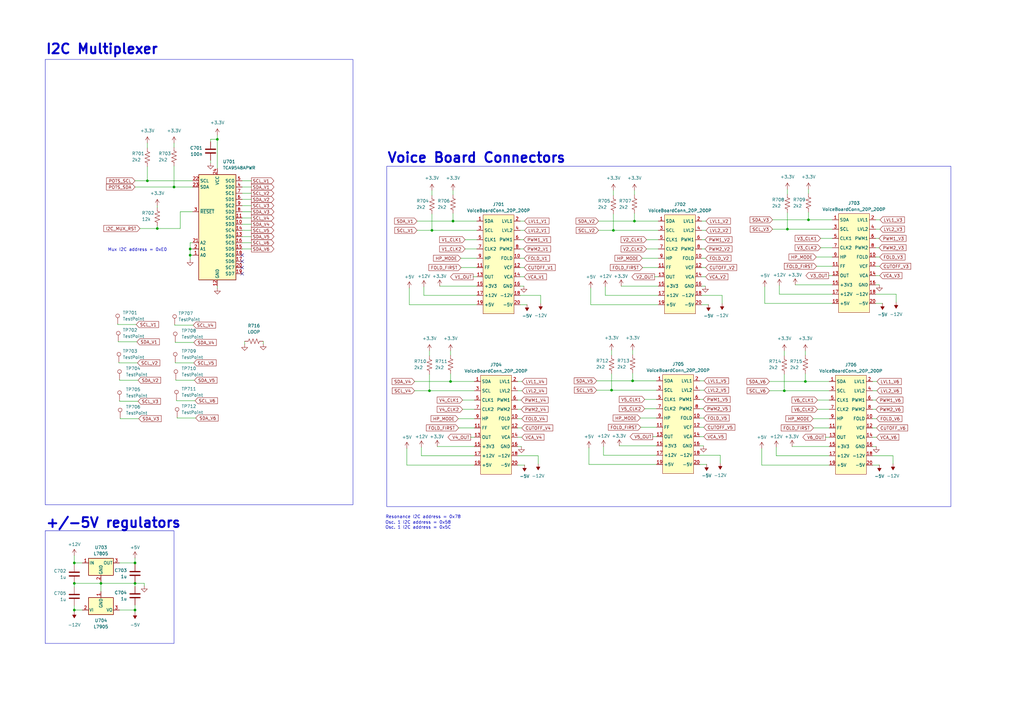
<source format=kicad_sch>
(kicad_sch (version 20231120) (generator "eeschema") (generator_version "8.0")
  (paper "A3")
  (junction (at 60.452 74.168))
  (junction (at 30.48 250.19))
  (junction (at 185.801 90.678))
  (junction (at 259.461 156.21))
  (junction (at 177.165 94.488))
  (junction (at 30.48 239.268))
  (junction (at 322.961 93.98))
  (junction (at 64.516 93.726))
  (junction (at 55.372 239.268))
  (junction (at 71.374 76.708))
  (junction (at 41.402 239.268))
  (junction (at 77.978 102.108))
  (junction (at 55.372 230.886))
  (junction (at 77.978 104.648))
  (junction (at 184.785 156.464))
  (junction (at 55.372 250.19))
  (junction (at 251.587 94.488))
  (junction (at 30.48 230.886))
  (junction (at 89.154 57.15))
  (junction (at 260.223 90.678))
  (junction (at 330.327 156.464))
  (junction (at 176.149 160.274))
  (junction (at 331.597 90.17))
  (junction (at 250.825 160.02))
  (junction (at 321.691 160.274))
  (no_connect (at 99.314 112.268))
  (no_connect (at 99.314 109.728))
  (no_connect (at 99.314 104.648))
  (no_connect (at 99.314 107.188))
  (wire (pts (xy 188.087 175.514) (xy 194.564 175.514)))
  (wire (pts (xy 338.582 179.324) (xy 340.106 179.324)))
  (wire (pts (xy 213.36 105.918) (xy 215.011 105.918)))
  (wire (pts (xy 41.402 239.268) (xy 41.402 242.57)))
  (wire (pts (xy 287.02 160.02) (xy 288.798 160.02)))
  (wire (pts (xy 212.344 167.894) (xy 213.741 167.894)))
  (wire (pts (xy 287.02 182.88) (xy 288.544 182.88)))
  (wire (pts (xy 30.48 239.268) (xy 30.48 240.792)))
  (wire (pts (xy 99.314 99.568) (xy 103.124 99.568)))
  (wire (pts (xy 287.02 171.45) (xy 288.671 171.45)))
  (wire (pts (xy 73.914 93.726) (xy 73.914 86.868)))
  (wire (pts (xy 99.314 84.328) (xy 103.124 84.328)))
  (wire (pts (xy 72.136 155.956) (xy 72.136 155.702)))
  (wire (pts (xy 49.276 171.704) (xy 49.276 171.45)))
  (wire (pts (xy 86.36 57.15) (xy 89.154 57.15)))
  (wire (pts (xy 357.886 156.464) (xy 359.664 156.464)))
  (wire (pts (xy 245.491 90.678) (xy 260.223 90.678)))
  (wire (pts (xy 287.782 113.538) (xy 289.433 113.538)))
  (wire (pts (xy 331.597 86.995) (xy 331.597 90.17)))
  (wire (pts (xy 296.164 121.158) (xy 296.164 124.46)))
  (wire (pts (xy 166.878 190.754) (xy 194.564 190.754)))
  (wire (pts (xy 189.738 167.894) (xy 194.564 167.894)))
  (wire (pts (xy 260.223 90.678) (xy 270.002 90.678)))
  (wire (pts (xy 287.02 186.69) (xy 295.402 186.69)))
  (wire (pts (xy 287.782 105.918) (xy 289.433 105.918)))
  (wire (pts (xy 193.04 179.324) (xy 194.564 179.324)))
  (wire (pts (xy 172.847 183.388) (xy 172.847 186.944)))
  (wire (pts (xy 359.156 97.79) (xy 360.553 97.79)))
  (wire (pts (xy 335.28 164.084) (xy 340.106 164.084)))
  (wire (pts (xy 241.554 190.5) (xy 269.24 190.5)))
  (wire (pts (xy 55.372 239.268) (xy 55.372 240.538)))
  (wire (pts (xy 262.636 171.45) (xy 269.24 171.45)))
  (wire (pts (xy 60.452 74.168) (xy 78.994 74.168)))
  (wire (pts (xy 99.314 81.788) (xy 103.124 81.788)))
  (wire (pts (xy 172.847 186.944) (xy 194.564 186.944)))
  (wire (pts (xy 336.55 97.79) (xy 341.376 97.79)))
  (wire (pts (xy 312.42 183.896) (xy 312.42 190.754)))
  (wire (pts (xy 71.628 133.35) (xy 71.628 133.096)))
  (wire (pts (xy 287.782 121.158) (xy 296.164 121.158)))
  (wire (pts (xy 357.886 183.134) (xy 359.41 183.134)))
  (wire (pts (xy 321.691 160.274) (xy 340.106 160.274)))
  (wire (pts (xy 86.36 58.166) (xy 86.36 57.15)))
  (wire (pts (xy 357.886 164.084) (xy 359.283 164.084)))
  (wire (pts (xy 213.36 117.348) (xy 214.884 117.348)))
  (wire (pts (xy 213.36 109.728) (xy 215.011 109.728)))
  (wire (pts (xy 64.516 84.328) (xy 64.516 85.09)))
  (wire (pts (xy 315.595 156.464) (xy 330.327 156.464)))
  (wire (pts (xy 319.659 120.65) (xy 341.376 120.65)))
  (wire (pts (xy 176.149 160.274) (xy 194.564 160.274)))
  (wire (pts (xy 99.314 74.168) (xy 103.124 74.168)))
  (wire (pts (xy 49.022 230.886) (xy 55.372 230.886)))
  (wire (pts (xy 71.628 133.35) (xy 79.248 133.35)))
  (wire (pts (xy 48.768 148.844) (xy 56.388 148.844)))
  (wire (pts (xy 366.268 186.944) (xy 366.268 190.246)))
  (wire (pts (xy 287.782 102.108) (xy 289.179 102.108)))
  (wire (pts (xy 30.48 227.838) (xy 30.48 230.886)))
  (wire (pts (xy 213.36 98.298) (xy 214.757 98.298)))
  (wire (pts (xy 212.344 156.464) (xy 214.122 156.464)))
  (wire (pts (xy 41.402 239.268) (xy 55.372 239.268)))
  (wire (pts (xy 259.461 156.21) (xy 269.24 156.21)))
  (wire (pts (xy 72.644 171.45) (xy 80.264 171.45)))
  (wire (pts (xy 359.156 105.41) (xy 360.807 105.41)))
  (wire (pts (xy 72.39 164.338) (xy 72.39 164.084)))
  (wire (pts (xy 60.452 58.674) (xy 60.452 60.706)))
  (wire (pts (xy 185.801 78.105) (xy 185.801 79.883)))
  (wire (pts (xy 49.022 164.592) (xy 56.642 164.592)))
  (wire (pts (xy 264.414 163.83) (xy 269.24 163.83)))
  (wire (pts (xy 55.372 230.886) (xy 55.372 231.394)))
  (wire (pts (xy 336.55 101.6) (xy 341.376 101.6)))
  (wire (pts (xy 287.02 179.07) (xy 288.671 179.07)))
  (wire (pts (xy 212.344 183.134) (xy 213.868 183.134)))
  (wire (pts (xy 254 182.88) (xy 269.24 182.88)))
  (wire (pts (xy 107.95 139.954) (xy 107.95 140.97)))
  (wire (pts (xy 241.554 183.642) (xy 241.554 190.5)))
  (wire (pts (xy 212.344 179.324) (xy 213.995 179.324)))
  (wire (pts (xy 295.402 186.69) (xy 295.402 189.992)))
  (wire (pts (xy 212.344 164.084) (xy 213.741 164.084)))
  (wire (pts (xy 287.02 175.26) (xy 288.671 175.26)))
  (wire (pts (xy 267.716 179.07) (xy 269.24 179.07)))
  (wire (pts (xy 316.865 90.17) (xy 331.597 90.17)))
  (wire (pts (xy 244.729 160.02) (xy 250.825 160.02)))
  (wire (pts (xy 221.742 121.158) (xy 221.742 124.46)))
  (wire (pts (xy 77.978 99.568) (xy 78.994 99.568)))
  (wire (pts (xy 242.316 124.968) (xy 270.002 124.968)))
  (wire (pts (xy 259.461 143.637) (xy 259.461 145.415)))
  (wire (pts (xy 334.772 105.41) (xy 341.376 105.41)))
  (wire (pts (xy 318.389 186.944) (xy 340.106 186.944)))
  (wire (pts (xy 166.878 183.896) (xy 166.878 190.754)))
  (wire (pts (xy 287.02 156.21) (xy 288.798 156.21)))
  (wire (pts (xy 339.852 113.03) (xy 341.376 113.03)))
  (wire (pts (xy 359.156 113.03) (xy 360.807 113.03)))
  (wire (pts (xy 55.372 74.168) (xy 60.452 74.168)))
  (wire (pts (xy 72.39 164.338) (xy 80.01 164.338)))
  (wire (pts (xy 330.327 143.891) (xy 330.327 145.669)))
  (wire (pts (xy 167.894 124.968) (xy 195.58 124.968)))
  (wire (pts (xy 59.182 240.284) (xy 59.182 239.268)))
  (wire (pts (xy 57.404 93.726) (xy 64.516 93.726)))
  (wire (pts (xy 184.785 156.464) (xy 194.564 156.464)))
  (wire (pts (xy 330.327 156.464) (xy 340.106 156.464)))
  (wire (pts (xy 287.782 124.968) (xy 290.576 124.968)))
  (wire (pts (xy 64.516 93.726) (xy 73.914 93.726)))
  (wire (pts (xy 250.825 160.02) (xy 269.24 160.02)))
  (wire (pts (xy 260.223 78.105) (xy 260.223 79.883)))
  (wire (pts (xy 357.886 190.754) (xy 360.68 190.754)))
  (wire (pts (xy 171.069 90.678) (xy 185.801 90.678)))
  (wire (pts (xy 322.961 93.98) (xy 341.376 93.98)))
  (wire (pts (xy 48.768 148.844) (xy 48.768 148.59)))
  (wire (pts (xy 30.48 250.19) (xy 30.48 250.952)))
  (wire (pts (xy 322.961 87.249) (xy 322.961 93.98)))
  (wire (pts (xy 334.899 109.22) (xy 341.376 109.22)))
  (wire (pts (xy 287.02 167.64) (xy 288.417 167.64)))
  (wire (pts (xy 180.34 117.348) (xy 195.58 117.348)))
  (wire (pts (xy 89.154 57.15) (xy 89.154 69.088)))
  (wire (pts (xy 315.595 160.274) (xy 321.691 160.274)))
  (wire (pts (xy 55.372 239.014) (xy 55.372 239.268)))
  (wire (pts (xy 173.863 121.158) (xy 195.58 121.158)))
  (wire (pts (xy 262.763 175.26) (xy 269.24 175.26)))
  (wire (pts (xy 318.389 183.388) (xy 318.389 186.944)))
  (wire (pts (xy 48.514 140.208) (xy 48.514 139.954)))
  (wire (pts (xy 77.978 102.108) (xy 78.994 102.108)))
  (wire (pts (xy 359.156 90.17) (xy 360.934 90.17)))
  (wire (pts (xy 324.866 183.134) (xy 340.106 183.134)))
  (wire (pts (xy 185.801 90.678) (xy 195.58 90.678)))
  (wire (pts (xy 72.136 155.956) (xy 79.756 155.956)))
  (wire (pts (xy 357.886 171.704) (xy 359.537 171.704)))
  (wire (pts (xy 30.48 248.412) (xy 30.48 250.19)))
  (wire (pts (xy 99.314 89.408) (xy 103.124 89.408)))
  (wire (pts (xy 190.754 102.108) (xy 195.58 102.108)))
  (wire (pts (xy 254.762 117.348) (xy 270.002 117.348)))
  (wire (pts (xy 189.738 164.084) (xy 194.564 164.084)))
  (wire (pts (xy 251.587 78.105) (xy 251.587 80.137)))
  (wire (pts (xy 72.644 171.45) (xy 72.644 171.196)))
  (wire (pts (xy 245.491 94.488) (xy 251.587 94.488)))
  (wire (pts (xy 167.894 118.11) (xy 167.894 124.968)))
  (wire (pts (xy 287.02 190.5) (xy 289.814 190.5)))
  (wire (pts (xy 184.785 143.891) (xy 184.785 145.669)))
  (wire (pts (xy 319.659 117.094) (xy 319.659 120.65)))
  (wire (pts (xy 71.374 58.674) (xy 71.374 60.452)))
  (wire (pts (xy 89.154 55.372) (xy 89.154 57.15)))
  (wire (pts (xy 188.976 105.918) (xy 195.58 105.918)))
  (wire (pts (xy 55.372 230.886) (xy 55.372 228.854)))
  (wire (pts (xy 71.882 148.844) (xy 71.882 148.59)))
  (wire (pts (xy 333.502 171.704) (xy 340.106 171.704)))
  (wire (pts (xy 177.165 87.757) (xy 177.165 94.488)))
  (wire (pts (xy 359.156 109.22) (xy 360.807 109.22)))
  (wire (pts (xy 213.36 90.678) (xy 215.138 90.678)))
  (wire (pts (xy 250.825 153.289) (xy 250.825 160.02)))
  (wire (pts (xy 71.882 148.844) (xy 79.502 148.844)))
  (wire (pts (xy 359.156 116.84) (xy 360.68 116.84)))
  (wire (pts (xy 322.961 77.597) (xy 322.961 79.629)))
  (wire (pts (xy 86.36 65.786) (xy 86.36 66.802)))
  (wire (pts (xy 100.33 139.954) (xy 100.33 141.224)))
  (wire (pts (xy 190.754 98.298) (xy 195.58 98.298)))
  (wire (pts (xy 321.691 153.543) (xy 321.691 160.274)))
  (wire (pts (xy 77.978 104.648) (xy 78.994 104.648)))
  (wire (pts (xy 260.223 87.503) (xy 260.223 90.678)))
  (wire (pts (xy 49.276 171.704) (xy 56.896 171.704)))
  (wire (pts (xy 60.452 68.326) (xy 60.452 74.168)))
  (wire (pts (xy 251.587 87.757) (xy 251.587 94.488)))
  (wire (pts (xy 71.374 76.708) (xy 78.994 76.708)))
  (wire (pts (xy 331.597 77.597) (xy 331.597 79.375)))
  (wire (pts (xy 49.022 250.19) (xy 55.372 250.19)))
  (wire (pts (xy 170.053 156.464) (xy 184.785 156.464)))
  (wire (pts (xy 313.69 124.46) (xy 341.376 124.46)))
  (wire (pts (xy 213.36 113.538) (xy 215.011 113.538)))
  (wire (pts (xy 264.414 167.64) (xy 269.24 167.64)))
  (wire (pts (xy 287.02 163.83) (xy 288.417 163.83)))
  (wire (pts (xy 99.314 102.108) (xy 103.124 102.108)))
  (wire (pts (xy 71.374 68.072) (xy 71.374 76.708)))
  (wire (pts (xy 248.285 117.602) (xy 248.285 121.158)))
  (wire (pts (xy 177.165 78.105) (xy 177.165 80.137)))
  (wire (pts (xy 287.782 90.678) (xy 289.56 90.678)))
  (wire (pts (xy 263.398 105.918) (xy 270.002 105.918)))
  (wire (pts (xy 287.782 109.728) (xy 289.433 109.728)))
  (wire (pts (xy 49.022 164.592) (xy 49.022 164.338)))
  (wire (pts (xy 357.886 175.514) (xy 359.537 175.514)))
  (wire (pts (xy 176.149 153.543) (xy 176.149 160.274)))
  (wire (pts (xy 251.587 94.488) (xy 270.002 94.488)))
  (wire (pts (xy 326.136 116.84) (xy 341.376 116.84)))
  (wire (pts (xy 55.372 250.19) (xy 55.372 251.206)))
  (wire (pts (xy 321.691 143.891) (xy 321.691 145.923)))
  (wire (pts (xy 333.629 175.514) (xy 340.106 175.514)))
  (wire (pts (xy 212.344 190.754) (xy 215.138 190.754)))
  (wire (pts (xy 359.156 120.65) (xy 367.538 120.65)))
  (wire (pts (xy 41.402 238.506) (xy 41.402 239.268)))
  (wire (pts (xy 30.48 230.886) (xy 33.782 230.886)))
  (wire (pts (xy 77.978 106.426) (xy 77.978 104.648)))
  (wire (pts (xy 179.324 183.134) (xy 194.564 183.134)))
  (wire (pts (xy 89.154 117.348) (xy 89.154 118.11)))
  (wire (pts (xy 30.48 230.886) (xy 30.48 231.648)))
  (wire (pts (xy 185.801 87.503) (xy 185.801 90.678)))
  (wire (pts (xy 212.344 160.274) (xy 214.122 160.274)))
  (wire (pts (xy 99.314 97.028) (xy 103.124 97.028)))
  (wire (pts (xy 77.978 102.108) (xy 77.978 99.568)))
  (wire (pts (xy 99.314 79.248) (xy 103.124 79.248)))
  (wire (pts (xy 177.165 94.488) (xy 195.58 94.488)))
  (wire (pts (xy 287.782 98.298) (xy 289.179 98.298)))
  (wire (pts (xy 265.176 98.298) (xy 270.002 98.298)))
  (wire (pts (xy 213.36 94.488) (xy 215.138 94.488)))
  (wire (pts (xy 268.478 113.538) (xy 270.002 113.538)))
  (wire (pts (xy 171.069 94.488) (xy 177.165 94.488)))
  (wire (pts (xy 247.523 186.69) (xy 269.24 186.69)))
  (wire (pts (xy 189.103 109.728) (xy 195.58 109.728)))
  (wire (pts (xy 71.882 140.462) (xy 79.502 140.462)))
  (wire (pts (xy 247.523 183.134) (xy 247.523 186.69)))
  (wire (pts (xy 99.314 94.488) (xy 103.124 94.488)))
  (wire (pts (xy 263.525 109.728) (xy 270.002 109.728)))
  (wire (pts (xy 64.516 92.71) (xy 64.516 93.726)))
  (wire (pts (xy 49.022 155.956) (xy 56.642 155.956)))
  (wire (pts (xy 331.597 90.17) (xy 341.376 90.17)))
  (wire (pts (xy 55.372 250.19) (xy 55.372 248.158)))
  (wire (pts (xy 184.785 153.289) (xy 184.785 156.464)))
  (wire (pts (xy 48.26 133.096) (xy 55.88 133.096)))
  (wire (pts (xy 359.156 124.46) (xy 361.95 124.46)))
  (wire (pts (xy 212.344 171.704) (xy 213.995 171.704)))
  (wire (pts (xy 71.882 140.462) (xy 71.882 140.208)))
  (wire (pts (xy 357.886 167.894) (xy 359.283 167.894)))
  (wire (pts (xy 244.729 156.21) (xy 259.461 156.21)))
  (wire (pts (xy 259.461 153.035) (xy 259.461 156.21)))
  (wire (pts (xy 330.327 153.289) (xy 330.327 156.464)))
  (wire (pts (xy 212.344 186.944) (xy 220.726 186.944)))
  (wire (pts (xy 173.863 117.602) (xy 173.863 121.158)))
  (wire (pts (xy 312.42 190.754) (xy 340.106 190.754)))
  (wire (pts (xy 99.314 76.708) (xy 103.124 76.708)))
  (wire (pts (xy 55.372 76.708) (xy 71.374 76.708)))
  (wire (pts (xy 242.316 118.11) (xy 242.316 124.968)))
  (wire (pts (xy 99.314 91.948) (xy 103.124 91.948)))
  (wire (pts (xy 59.182 239.268) (xy 55.372 239.268)))
  (wire (pts (xy 194.056 113.538) (xy 195.58 113.538)))
  (wire (pts (xy 287.782 94.488) (xy 289.56 94.488)))
  (wire (pts (xy 213.36 102.108) (xy 214.757 102.108)))
  (wire (pts (xy 213.36 124.968) (xy 216.154 124.968)))
  (wire (pts (xy 367.538 120.65) (xy 367.538 123.952)))
  (wire (pts (xy 357.886 160.274) (xy 359.664 160.274)))
  (wire (pts (xy 48.514 140.208) (xy 56.134 140.208)))
  (wire (pts (xy 30.48 239.268) (xy 41.402 239.268)))
  (wire (pts (xy 48.26 133.096) (xy 48.26 132.842)))
  (wire (pts (xy 359.156 93.98) (xy 360.934 93.98)))
  (wire (pts (xy 335.28 167.894) (xy 340.106 167.894)))
  (wire (pts (xy 30.48 250.19) (xy 33.782 250.19)))
  (wire (pts (xy 357.886 186.944) (xy 366.268 186.944)))
  (wire (pts (xy 357.886 179.324) (xy 359.537 179.324)))
  (wire (pts (xy 316.865 93.98) (xy 322.961 93.98)))
  (wire (pts (xy 176.149 143.891) (xy 176.149 145.923)))
  (wire (pts (xy 265.176 102.108) (xy 270.002 102.108)))
  (wire (pts (xy 250.825 143.637) (xy 250.825 145.669)))
  (wire (pts (xy 220.726 186.944) (xy 220.726 190.246)))
  (wire (pts (xy 359.156 101.6) (xy 360.553 101.6)))
  (wire (pts (xy 49.022 155.956) (xy 49.022 155.702)))
  (wire (pts (xy 77.978 104.648) (xy 77.978 102.108)))
  (wire (pts (xy 287.782 117.348) (xy 289.306 117.348)))
  (wire (pts (xy 248.285 121.158) (xy 270.002 121.158)))
  (wire (pts (xy 313.69 117.602) (xy 313.69 124.46)))
  (wire (pts (xy 99.314 86.868) (xy 103.124 86.868)))
  (wire (pts (xy 73.914 86.868) (xy 78.994 86.868)))
  (wire (pts (xy 170.053 160.274) (xy 176.149 160.274)))
  (wire (pts (xy 187.96 171.704) (xy 194.564 171.704)))
  (wire (pts (xy 213.36 121.158) (xy 221.742 121.158)))
  (wire (pts (xy 212.344 175.514) (xy 213.995 175.514)))
  (rectangle (start 158.623 68.199) (end 390.017 207.772))
  (rectangle (start 18.542 24.384) (end 144.78 207.01))
  (rectangle (start 18.542 217.678) (end 71.374 263.906))
  (text "Osc. 1 I2C address = 0x58\nOsc. 1 I2C address = 0x5C" (at 157.988 217.17 0) (effects (font (size 1.27 1.27)) (justify left bottom)))
  (text "I2C Multiplexer" (at 18.542 22.606 0) (effects (font (size 4 4) (thickness 0.8) (bold yes)) (justify left bottom)))
  (text "Voice Board Connectors" (at 158.623 67.183 0) (effects (font (size 4 4) (thickness 0.8) (bold yes)) (justify left bottom)))
  (text "+/-5V regulators" (at 18.542 216.916 0) (effects (font (size 4 4) (thickness 0.8) (bold yes)) (justify left bottom)))
  (text "Mux I2C address = 0xE0" (at 44.196 103.251 0) (effects (font (size 1.27 1.27)) (justify left bottom)))
  (text "Resonance I2C address = 0x78" (at 158.115 212.852 0) (effects (font (size 1.27 1.27)) (justify left bottom)))
  (global_label "SDA_V4" (shape input) (at 79.502 140.462 0) (property "Intersheetrefs" "${INTERSHEET_REFS}" (effects (hide yes))))
  (global_label "LVL1_V6" (shape input) (at 359.664 156.464 0) (property "Intersheetrefs" "${INTERSHEET_REFS}" (effects (hide yes))))
  (global_label "SDA_V1" (shape input) (at 171.069 90.678 180) (property "Intersheetrefs" "${INTERSHEET_REFS}" (effects (hide yes))))
  (global_label "V6_CLK1" (shape input) (at 335.28 164.084 180) (property "Intersheetrefs" "${INTERSHEET_REFS}" (effects (hide yes))))
  (global_label "PWM1_V3" (shape input) (at 360.553 97.79 0) (property "Intersheetrefs" "${INTERSHEET_REFS}" (effects (hide yes))))
  (global_label "PWM2_V5" (shape input) (at 288.417 167.64 0) (property "Intersheetrefs" "${INTERSHEET_REFS}" (effects (hide yes))))
  (global_label "V5_OUT" (shape output) (at 267.716 179.07 180) (property "Intersheetrefs" "${INTERSHEET_REFS}" (effects (hide yes))))
  (global_label "SCL_V4" (shape input) (at 170.053 160.274 180) (property "Intersheetrefs" "${INTERSHEET_REFS}" (effects (hide yes))))
  (global_label "SCL_V5" (shape output) (at 103.124 94.488 0) (property "Intersheetrefs" "${INTERSHEET_REFS}" (effects (hide yes))))
  (global_label "PWM2_V2" (shape input) (at 289.179 102.108 0) (property "Intersheetrefs" "${INTERSHEET_REFS}" (effects (hide yes))))
  (global_label "LVL2_V6" (shape input) (at 359.664 160.274 0) (property "Intersheetrefs" "${INTERSHEET_REFS}" (effects (hide yes))))
  (global_label "POTS_SCL" (shape input) (at 55.372 74.168 180) (property "Intersheetrefs" "${INTERSHEET_REFS}" (effects (hide yes))))
  (global_label "V6_CLK2" (shape input) (at 335.28 167.894 180) (property "Intersheetrefs" "${INTERSHEET_REFS}" (effects (hide yes))))
  (global_label "HP_MODE" (shape input) (at 334.772 105.41 180) (property "Intersheetrefs" "${INTERSHEET_REFS}" (effects (hide yes))))
  (global_label "CUTOFF_V2" (shape input) (at 289.433 109.728 0) (property "Intersheetrefs" "${INTERSHEET_REFS}" (effects (hide yes))))
  (global_label "SDA_V4" (shape input) (at 170.053 156.464 180) (property "Intersheetrefs" "${INTERSHEET_REFS}" (effects (hide yes))))
  (global_label "V1_OUT" (shape output) (at 194.056 113.538 180) (property "Intersheetrefs" "${INTERSHEET_REFS}" (effects (hide yes))))
  (global_label "PWM1_V1" (shape input) (at 214.757 98.298 0) (property "Intersheetrefs" "${INTERSHEET_REFS}" (effects (hide yes))))
  (global_label "SCL_V2" (shape output) (at 103.124 79.248 0) (property "Intersheetrefs" "${INTERSHEET_REFS}" (effects (hide yes))))
  (global_label "I2C_MUX_RST" (shape input) (at 57.404 93.726 180) (property "Intersheetrefs" "${INTERSHEET_REFS}" (effects (hide yes))))
  (global_label "PWM2_V4" (shape input) (at 213.741 167.894 0) (property "Intersheetrefs" "${INTERSHEET_REFS}" (effects (hide yes))))
  (global_label "SCL_V1" (shape input) (at 171.069 94.488 180) (property "Intersheetrefs" "${INTERSHEET_REFS}" (effects (hide yes))))
  (global_label "SCL_V3" (shape output) (at 103.124 84.328 0) (property "Intersheetrefs" "${INTERSHEET_REFS}" (effects (hide yes))))
  (global_label "SDA_V1" (shape input) (at 56.134 140.208 0) (property "Intersheetrefs" "${INTERSHEET_REFS}" (effects (hide yes))))
  (global_label "SCL_V3" (shape input) (at 316.865 93.98 180) (property "Intersheetrefs" "${INTERSHEET_REFS}" (effects (hide yes))))
  (global_label "V1_CLK1" (shape input) (at 190.754 98.298 180) (property "Intersheetrefs" "${INTERSHEET_REFS}" (effects (hide yes))))
  (global_label "VCA_V4" (shape input) (at 213.995 179.324 0) (property "Intersheetrefs" "${INTERSHEET_REFS}" (effects (hide yes))))
  (global_label "PWM1_V4" (shape input) (at 213.741 164.084 0) (property "Intersheetrefs" "${INTERSHEET_REFS}" (effects (hide yes))))
  (global_label "VCA_V1" (shape input) (at 215.011 113.538 0) (property "Intersheetrefs" "${INTERSHEET_REFS}" (effects (hide yes))))
  (global_label "SDA_V6" (shape input) (at 80.264 171.45 0) (property "Intersheetrefs" "${INTERSHEET_REFS}" (effects (hide yes))))
  (global_label "LVL2_V4" (shape input) (at 214.122 160.274 0) (property "Intersheetrefs" "${INTERSHEET_REFS}" (effects (hide yes))))
  (global_label "VCA_V6" (shape input) (at 359.537 179.324 0) (property "Intersheetrefs" "${INTERSHEET_REFS}" (effects (hide yes))))
  (global_label "V3_CLK1" (shape input) (at 336.55 97.79 180) (property "Intersheetrefs" "${INTERSHEET_REFS}" (effects (hide yes))))
  (global_label "SCL_V3" (shape input) (at 56.642 164.592 0) (property "Intersheetrefs" "${INTERSHEET_REFS}" (effects (hide yes))))
  (global_label "CUTOFF_V6" (shape input) (at 359.537 175.514 0) (property "Intersheetrefs" "${INTERSHEET_REFS}" (effects (hide yes))))
  (global_label "V5_CLK1" (shape input) (at 264.414 163.83 180) (property "Intersheetrefs" "${INTERSHEET_REFS}" (effects (hide yes))))
  (global_label "LVL2_V5" (shape input) (at 288.798 160.02 0) (property "Intersheetrefs" "${INTERSHEET_REFS}" (effects (hide yes))))
  (global_label "V2_OUT" (shape output) (at 268.478 113.538 180) (property "Intersheetrefs" "${INTERSHEET_REFS}" (effects (hide yes))))
  (global_label "SCL_V2" (shape input) (at 56.388 148.844 0) (property "Intersheetrefs" "${INTERSHEET_REFS}" (effects (hide yes))))
  (global_label "FOLD_FIRST" (shape input) (at 262.763 175.26 180) (property "Intersheetrefs" "${INTERSHEET_REFS}" (effects (hide yes))))
  (global_label "V4_CLK1" (shape input) (at 189.738 164.084 180) (property "Intersheetrefs" "${INTERSHEET_REFS}" (effects (hide yes))))
  (global_label "SDA_V2" (shape input) (at 56.642 155.956 0) (property "Intersheetrefs" "${INTERSHEET_REFS}" (effects (hide yes))))
  (global_label "FOLD_V6" (shape input) (at 359.537 171.704 0) (property "Intersheetrefs" "${INTERSHEET_REFS}" (effects (hide yes))))
  (global_label "POTS_SDA" (shape input) (at 55.372 76.708 180) (property "Intersheetrefs" "${INTERSHEET_REFS}" (effects (hide yes))))
  (global_label "HP_MODE" (shape input) (at 333.502 171.704 180) (property "Intersheetrefs" "${INTERSHEET_REFS}" (effects (hide yes))))
  (global_label "PWM2_V1" (shape input) (at 214.757 102.108 0) (property "Intersheetrefs" "${INTERSHEET_REFS}" (effects (hide yes))))
  (global_label "CUTOFF_V3" (shape input) (at 360.807 109.22 0) (property "Intersheetrefs" "${INTERSHEET_REFS}" (effects (hide yes))))
  (global_label "SCL_V6" (shape input) (at 80.01 164.338 0) (property "Intersheetrefs" "${INTERSHEET_REFS}" (effects (hide yes))))
  (global_label "SCL_V6" (shape input) (at 315.595 160.274 180) (property "Intersheetrefs" "${INTERSHEET_REFS}" (effects (hide yes))))
  (global_label "V3_OUT" (shape output) (at 339.852 113.03 180) (property "Intersheetrefs" "${INTERSHEET_REFS}" (effects (hide yes))))
  (global_label "SDA_V3" (shape input) (at 56.896 171.704 0) (property "Intersheetrefs" "${INTERSHEET_REFS}" (effects (hide yes))))
  (global_label "FOLD_FIRST" (shape input) (at 333.629 175.514 180) (property "Intersheetrefs" "${INTERSHEET_REFS}" (effects (hide yes))))
  (global_label "SDA_V3" (shape input) (at 316.865 90.17 180) (property "Intersheetrefs" "${INTERSHEET_REFS}" (effects (hide yes))))
  (global_label "FOLD_V3" (shape input) (at 360.807 105.41 0) (property "Intersheetrefs" "${INTERSHEET_REFS}" (effects (hide yes))))
  (global_label "FOLD_V1" (shape input) (at 215.011 105.918 0) (property "Intersheetrefs" "${INTERSHEET_REFS}" (effects (hide yes))))
  (global_label "VCA_V2" (shape input) (at 289.433 113.538 0) (property "Intersheetrefs" "${INTERSHEET_REFS}" (effects (hide yes))))
  (global_label "PWM2_V3" (shape input) (at 360.553 101.6 0) (property "Intersheetrefs" "${INTERSHEET_REFS}" (effects (hide yes))))
  (global_label "LVL1_V1" (shape input) (at 215.138 90.678 0) (property "Intersheetrefs" "${INTERSHEET_REFS}" (effects (hide yes))))
  (global_label "PWM2_V6" (shape input) (at 359.283 167.894 0) (property "Intersheetrefs" "${INTERSHEET_REFS}" (effects (hide yes))))
  (global_label "V2_CLK2" (shape input) (at 265.176 102.108 180) (property "Intersheetrefs" "${INTERSHEET_REFS}" (effects (hide yes))))
  (global_label "SDA_V6" (shape output) (at 103.124 102.108 0) (property "Intersheetrefs" "${INTERSHEET_REFS}" (effects (hide yes))))
  (global_label "V4_CLK2" (shape input) (at 189.738 167.894 180) (property "Intersheetrefs" "${INTERSHEET_REFS}" (effects (hide yes))))
  (global_label "SCL_V1" (shape output) (at 103.124 74.168 0) (property "Intersheetrefs" "${INTERSHEET_REFS}" (effects (hide yes))))
  (global_label "CUTOFF_V5" (shape input) (at 288.671 175.26 0) (property "Intersheetrefs" "${INTERSHEET_REFS}" (effects (hide yes))))
  (global_label "LVL2_V1" (shape input) (at 215.138 94.488 0) (property "Intersheetrefs" "${INTERSHEET_REFS}" (effects (hide yes))))
  (global_label "SCL_V5" (shape input) (at 79.502 148.844 0) (property "Intersheetrefs" "${INTERSHEET_REFS}" (effects (hide yes))))
  (global_label "V3_CLK2" (shape input) (at 336.55 101.6 180) (property "Intersheetrefs" "${INTERSHEET_REFS}" (effects (hide yes))))
  (global_label "SCL_V6" (shape output) (at 103.124 99.568 0) (property "Intersheetrefs" "${INTERSHEET_REFS}" (effects (hide yes))))
  (global_label "V1_CLK2" (shape input) (at 190.754 102.108 180) (property "Intersheetrefs" "${INTERSHEET_REFS}" (effects (hide yes))))
  (global_label "LVL1_V4" (shape input) (at 214.122 156.464 0) (property "Intersheetrefs" "${INTERSHEET_REFS}" (effects (hide yes))))
  (global_label "SDA_V5" (shape input) (at 79.756 155.956 0) (property "Intersheetrefs" "${INTERSHEET_REFS}" (effects (hide yes))))
  (global_label "SCL_V4" (shape output) (at 103.124 89.408 0) (property "Intersheetrefs" "${INTERSHEET_REFS}" (effects (hide yes))))
  (global_label "CUTOFF_V1" (shape input) (at 215.011 109.728 0) (property "Intersheetrefs" "${INTERSHEET_REFS}" (effects (hide yes))))
  (global_label "CUTOFF_V4" (shape input) (at 213.995 175.514 0) (property "Intersheetrefs" "${INTERSHEET_REFS}" (effects (hide yes))))
  (global_label "FOLD_FIRST" (shape input) (at 334.899 109.22 180) (property "Intersheetrefs" "${INTERSHEET_REFS}" (effects (hide yes))))
  (global_label "LVL1_V5" (shape input) (at 288.798 156.21 0) (property "Intersheetrefs" "${INTERSHEET_REFS}" (effects (hide yes))))
  (global_label "SCL_V2" (shape input) (at 245.491 94.488 180) (property "Intersheetrefs" "${INTERSHEET_REFS}" (effects (hide yes))))
  (global_label "LVL1_V3" (shape input) (at 360.934 90.17 0) (property "Intersheetrefs" "${INTERSHEET_REFS}" (effects (hide yes))))
  (global_label "HP_MODE" (shape input) (at 263.398 105.918 180) (property "Intersheetrefs" "${INTERSHEET_REFS}" (effects (hide yes))))
  (global_label "HP_MODE" (shape input) (at 188.976 105.918 180) (property "Intersheetrefs" "${INTERSHEET_REFS}" (effects (hide yes))))
  (global_label "SDA_V4" (shape output) (at 103.124 91.948 0) (property "Intersheetrefs" "${INTERSHEET_REFS}" (effects (hide yes))))
  (global_label "LVL2_V3" (shape input) (at 360.934 93.98 0) (property "Intersheetrefs" "${INTERSHEET_REFS}" (effects (hide yes))))
  (global_label "LVL2_V2" (shape input) (at 289.56 94.488 0) (property "Intersheetrefs" "${INTERSHEET_REFS}" (effects (hide yes))))
  (global_label "SDA_V5" (shape output) (at 103.124 97.028 0) (property "Intersheetrefs" "${INTERSHEET_REFS}" (effects (hide yes))))
  (global_label "SDA_V6" (shape input) (at 315.595 156.464 180) (property "Intersheetrefs" "${INTERSHEET_REFS}" (effects (hide yes))))
  (global_label "SCL_V4" (shape input) (at 79.248 133.35 0) (property "Intersheetrefs" "${INTERSHEET_REFS}" (effects (hide yes))))
  (global_label "HP_MODE" (shape input) (at 187.96 171.704 180) (property "Intersheetrefs" "${INTERSHEET_REFS}" (effects (hide yes))))
  (global_label "PWM1_V6" (shape input) (at 359.283 164.084 0) (property "Intersheetrefs" "${INTERSHEET_REFS}" (effects (hide yes))))
  (global_label "SDA_V2" (shape input) (at 245.491 90.678 180) (property "Intersheetrefs" "${INTERSHEET_REFS}" (effects (hide yes))))
  (global_label "VCA_V5" (shape input) (at 288.671 179.07 0) (property "Intersheetrefs" "${INTERSHEET_REFS}" (effects (hide yes))))
  (global_label "SDA_V5" (shape input) (at 244.729 156.21 180) (property "Intersheetrefs" "${INTERSHEET_REFS}" (effects (hide yes))))
  (global_label "FOLD_FIRST" (shape input) (at 188.087 175.514 180) (property "Intersheetrefs" "${INTERSHEET_REFS}" (effects (hide yes))))
  (global_label "FOLD_V5" (shape input) (at 288.671 171.45 0) (property "Intersheetrefs" "${INTERSHEET_REFS}" (effects (hide yes))))
  (global_label "VCA_V3" (shape input) (at 360.807 113.03 0) (property "Intersheetrefs" "${INTERSHEET_REFS}" (effects (hide yes))))
  (global_label "LVL1_V2" (shape input) (at 289.56 90.678 0) (property "Intersheetrefs" "${INTERSHEET_REFS}" (effects (hide yes))))
  (global_label "V2_CLK1" (shape input) (at 265.176 98.298 180) (property "Intersheetrefs" "${INTERSHEET_REFS}" (effects (hide yes))))
  (global_label "FOLD_FIRST" (shape input) (at 189.103 109.728 180) (property "Intersheetrefs" "${INTERSHEET_REFS}" (effects (hide yes))))
  (global_label "SDA_V1" (shape output) (at 103.124 76.708 0) (property "Intersheetrefs" "${INTERSHEET_REFS}" (effects (hide yes))))
  (global_label "HP_MODE" (shape input) (at 262.636 171.45 180) (property "Intersheetrefs" "${INTERSHEET_REFS}" (effects (hide yes))))
  (global_label "V6_OUT" (shape output) (at 338.582 179.324 180) (property "Intersheetrefs" "${INTERSHEET_REFS}" (effects (hide yes))))
  (global_label "SDA_V3" (shape output) (at 103.124 86.868 0) (property "Intersheetrefs" "${INTERSHEET_REFS}" (effects (hide yes))))
  (global_label "FOLD_FIRST" (shape input) (at 263.525 109.728 180) (property "Intersheetrefs" "${INTERSHEET_REFS}" (effects (hide yes))))
  (global_label "V4_OUT" (shape output) (at 193.04 179.324 180) (property "Intersheetrefs" "${INTERSHEET_REFS}" (effects (hide yes))))
  (global_label "PWM1_V2" (shape input) (at 289.179 98.298 0) (property "Intersheetrefs" "${INTERSHEET_REFS}" (effects (hide yes))))
  (global_label "FOLD_V2" (shape input) (at 289.433 105.918 0) (property "Intersheetrefs" "${INTERSHEET_REFS}" (effects (hide yes))))
  (global_label "SCL_V1" (shape input) (at 55.88 133.096 0) (property "Intersheetrefs" "${INTERSHEET_REFS}" (effects (hide yes))))
  (global_label "FOLD_V4" (shape input) (at 213.995 171.704 0) (property "Intersheetrefs" "${INTERSHEET_REFS}" (effects (hide yes))))
  (global_label "SCL_V5" (shape input) (at 244.729 160.02 180) (property "Intersheetrefs" "${INTERSHEET_REFS}" (effects (hide yes))))
  (global_label "SDA_V2" (shape output) (at 103.124 81.788 0) (property "Intersheetrefs" "${INTERSHEET_REFS}" (effects (hide yes))))
  (global_label "PWM1_V5" (shape input) (at 288.417 163.83 0) (property "Intersheetrefs" "${INTERSHEET_REFS}" (effects (hide yes))))
  (global_label "V5_CLK2" (shape input) (at 264.414 167.64 180) (property "Intersheetrefs" "${INTERSHEET_REFS}" (effects (hide yes))))
  (symbol (lib_id "power:-5V") (at 289.814 190.5 180) (unit 1)
    (property "Reference" "#PWR0859" (effects (hide yes)))
    (property "Value" "-5V" (at 289.814 195.072 0))
    (property "Description" "Power symbol creates a global label with name \"-5V\"" (effects (hide yes)))
  )
  (symbol (lib_id "power:GND") (at 288.544 182.88 0) (unit 1)
    (property "Reference" "#PWR0858" (effects (hide yes)))
    (property "Value" "GND" (effects (hide yes)))
  )
  (symbol (lib_id "power:+5V") (at 167.894 118.11 0) (unit 1)
    (property "Reference" "#PWR0790" (effects (hide yes)))
    (property "Value" "+5V" (at 167.894 113.538 0))
    (property "Description" "Power symbol creates a global label with name \"+5V\"" (effects (hide yes)))
  )
  (symbol (lib_id "Connector_Audio:VoiceBoardConn_20P_200P") (at 278.13 180.34 0) (unit 1)
    (property "Reference" "J705" (at 278.13 149.352 0))
    (property "Value" "VoiceBoardConn_20P_200P" (at 278.13 151.892 0))
    (property "Footprint" "Connector_PinHeader_2.00mm:PinHeader_2x10_P2.00mm_Vertical" (effects (hide yes)))
  )
  (symbol (lib_id "power:+12V") (at 319.659 117.094 0) (unit 1)
    (property "Reference" "#PWR0800" (effects (hide yes)))
    (property "Value" "+12V" (at 319.659 112.776 0))
  )
  (symbol (lib_id "Device:R_US") (at 251.587 83.947 0) (unit 1)
    (property "Reference" "R705" (at 245.237 82.423 0) (effects (justify left)))
    (property "Value" "2k2" (at 245.237 84.963 0) (effects (justify left)))
    (property "Footprint" "Resistor_SMD:R_0805_2012Metric" (effects (hide yes)))
  )
  (symbol (lib_id "power:+3.3V") (at 251.587 78.105 0) (unit 1)
    (property "Reference" "#PWR0793" (effects (hide yes)))
    (property "Value" "+3.3V" (at 251.587 73.025 0))
  )
  (symbol (lib_id "power:GND") (at 360.68 116.84 0) (unit 1)
    (property "Reference" "#PWR0804" (effects (hide yes)))
    (property "Value" "GND" (effects (hide yes)))
  )
  (symbol (lib_id "Connector:TestPoint") (at 49.276 171.45 0) (unit 1) (in_bom no)
    (property "Reference" "TP706" (at 51.562 166.8779 0) (effects (justify left)))
    (property "Value" "TestPoint" (at 51.562 169.4179 0) (effects (justify left)))
    (property "Footprint" "TestPoint:TestPoint_THTPad_D1.0mm_Drill0.5mm_VAL" (effects (hide yes)))
    (property "Description" "test point" (effects (hide yes)))
  )
  (symbol (lib_id "Device:R_US") (at 71.374 64.262 0) (unit 1)
    (property "Reference" "R703" (at 65.024 62.992 0) (effects (justify left)))
    (property "Value" "2k2" (at 65.024 65.532 0) (effects (justify left)))
    (property "Footprint" "Resistor_SMD:R_0805_2012Metric" (effects (hide yes)))
  )
  (symbol (lib_id "Regulator_Linear:L7905") (at 41.402 250.19 0) (unit 1)
    (property "Reference" "U704" (at 41.402 254.508 0))
    (property "Value" "L7905" (at 41.402 257.048 0))
    (property "Footprint" "Package_TO_SOT_THT:TO-220-3_Vertical" (effects (hide yes)))
    (property "Datasheet" "http://www.st.com/content/ccc/resource/technical/document/datasheet/c9/16/86/41/c7/2b/45/f2/CD00000450.pdf/files/CD00000450.pdf/jcr:content/translations/en.CD00000450.pdf" (effects (hide yes)))
    (property "Description" "Negative 1.5A 35V Linear Regulator, Fixed Output -5V, TO-220/TO-263" (effects (hide yes)))
  )
  (symbol (lib_id "power:-12V") (at 367.538 123.952 180) (unit 1)
    (property "Reference" "#PWR0806" (effects (hide yes)))
    (property "Value" "-12V" (at 367.538 128.905 0))
  )
  (symbol (lib_id "power:-12V") (at 295.402 189.992 180) (unit 1)
    (property "Reference" "#PWR0860" (effects (hide yes)))
    (property "Value" "-12V" (at 295.402 194.945 0))
  )
  (symbol (lib_id "power:GND") (at 359.41 183.134 0) (unit 1)
    (property "Reference" "#PWR0866" (effects (hide yes)))
    (property "Value" "GND" (effects (hide yes)))
  )
  (symbol (lib_id "Device:R_US") (at 259.461 149.225 0) (unit 1)
    (property "Reference" "R713" (at 253.111 147.955 0) (effects (justify left)))
    (property "Value" "2k2" (at 253.111 150.495 0) (effects (justify left)))
    (property "Footprint" "Resistor_SMD:R_0805_2012Metric" (effects (hide yes)))
  )
  (symbol (lib_id "Device:R_US") (at 60.452 64.516 0) (unit 1)
    (property "Reference" "R701" (at 54.102 62.992 0) (effects (justify left)))
    (property "Value" "2k2" (at 54.102 65.532 0) (effects (justify left)))
    (property "Footprint" "Resistor_SMD:R_0805_2012Metric" (effects (hide yes)))
  )
  (symbol (lib_id "power:GND") (at 107.95 140.97 0) (mirror y) (unit 1)
    (property "Reference" "#PWR0838" (effects (hide yes)))
    (property "Value" "GND" (effects (hide yes)))
  )
  (symbol (lib_id "Device:C") (at 30.48 244.602 0) (unit 1)
    (property "Reference" "C705" (at 27.178 243.332 0) (effects (justify right)))
    (property "Value" "1u" (at 27.178 245.872 0) (effects (justify right)))
    (property "Footprint" "Capacitor_SMD:C_0805_2012Metric" (effects (hide yes)))
  )
  (symbol (lib_id "power:+5V") (at 241.554 183.642 0) (unit 1)
    (property "Reference" "#PWR0853" (effects (hide yes)))
    (property "Value" "+5V" (at 241.554 179.07 0))
    (property "Description" "Power symbol creates a global label with name \"+5V\"" (effects (hide yes)))
  )
  (symbol (lib_id "Connector:TestPoint") (at 71.628 133.096 0) (unit 1) (in_bom no)
    (property "Reference" "TP707" (at 73.152 128.5239 0) (effects (justify left)))
    (property "Value" "TestPoint" (at 73.152 131.0639 0) (effects (justify left)))
    (property "Footprint" "TestPoint:TestPoint_THTPad_D1.0mm_Drill0.5mm_VAL" (effects (hide yes)))
    (property "Description" "test point" (effects (hide yes)))
  )
  (symbol (lib_id "power:-5V") (at 55.372 251.206 180) (unit 1)
    (property "Reference" "#PWR0785" (effects (hide yes)))
    (property "Value" "-5V" (at 55.372 256.286 0))
    (property "Description" "Power symbol creates a global label with name \"-5V\"" (effects (hide yes)))
  )
  (symbol (lib_id "power:+5V") (at 55.372 228.854 0) (unit 1)
    (property "Reference" "#PWR0783" (effects (hide yes)))
    (property "Value" "+5V" (at 55.372 224.536 0))
    (property "Description" "Power symbol creates a global label with name \"+5V\"" (effects (hide yes)))
  )
  (symbol (lib_id "power:+12V") (at 318.389 183.388 0) (unit 1)
    (property "Reference" "#PWR0862" (effects (hide yes)))
    (property "Value" "+12V" (at 318.389 179.07 0))
  )
  (symbol (lib_id "Device:C") (at 55.372 244.348 0) (unit 1)
    (property "Reference" "C704" (at 52.07 243.078 0) (effects (justify right)))
    (property "Value" "1u" (at 52.07 245.618 0) (effects (justify right)))
    (property "Footprint" "Capacitor_SMD:C_0805_2012Metric" (effects (hide yes)))
  )
  (symbol (lib_id "Connector:TestPoint") (at 72.39 164.084 0) (unit 1) (in_bom no)
    (property "Reference" "TP711" (at 74.422 159.5119 0) (effects (justify left)))
    (property "Value" "TestPoint" (at 74.422 162.0519 0) (effects (justify left)))
    (property "Footprint" "TestPoint:TestPoint_THTPad_D1.0mm_Drill0.5mm_VAL" (effects (hide yes)))
    (property "Description" "test point" (effects (hide yes)))
  )
  (symbol (lib_name "-12V_1") (lib_id "power:-12V") (at 30.48 250.952 180) (unit 1)
    (property "Reference" "#PWR0788" (effects (hide yes)))
    (property "Value" "-12V" (at 30.48 256.286 0))
    (property "Description" "Power symbol creates a global label with name \"-12V\"" (effects (hide yes)))
  )
  (symbol (lib_id "Interface_Expansion:TCA9548APWR") (at 89.154 91.948 0) (unit 1)
    (property "Reference" "U701" (at 91.3481 66.294 0) (effects (justify left)))
    (property "Value" "TCA9548APWR" (at 91.3481 68.834 0) (effects (justify left)))
    (property "Footprint" "Package_SO:TSSOP-24_4.4x7.8mm_P0.65mm" (effects (hide yes)))
    (property "Datasheet" "http://www.ti.com/lit/ds/symlink/tca9548a.pdf" (effects (hide yes)))
  )
  (symbol (lib_id "power:-12V") (at 296.164 124.46 180) (unit 1)
    (property "Reference" "#PWR0798" (effects (hide yes)))
    (property "Value" "-12V" (at 296.164 129.413 0))
  )
  (symbol (lib_id "power:GND") (at 89.154 118.11 0) (unit 1)
    (property "Reference" "#PWR0777" (effects (hide yes)))
    (property "Value" "GND" (effects (hide yes)))
  )
  (symbol (lib_id "power:+3.3V") (at 254.762 117.348 0) (unit 1)
    (property "Reference" "#PWR0794" (effects (hide yes)))
    (property "Value" "+3.3V" (at 254.635 113.284 0))
  )
  (symbol (lib_id "power:-5V") (at 216.154 124.968 180) (unit 1)
    (property "Reference" "#PWR0789" (effects (hide yes)))
    (property "Value" "-5V" (at 216.154 129.54 0))
    (property "Description" "Power symbol creates a global label with name \"-5V\"" (effects (hide yes)))
  )
  (symbol (lib_id "Device:R_US") (at 331.597 83.185 0) (unit 1)
    (property "Reference" "R709" (at 325.247 81.915 0) (effects (justify left)))
    (property "Value" "2k2" (at 325.247 84.455 0) (effects (justify left)))
    (property "Footprint" "Resistor_SMD:R_0805_2012Metric" (effects (hide yes)))
  )
  (symbol (lib_id "power:+3.3V") (at 326.136 116.84 0) (unit 1)
    (property "Reference" "#PWR0802" (effects (hide yes)))
    (property "Value" "+3.3V" (at 326.009 112.776 0))
  )
  (symbol (lib_id "power:+3.3V") (at 64.516 84.328 0) (unit 1)
    (property "Reference" "#PWR0772" (effects (hide yes)))
    (property "Value" "+3.3V" (at 64.516 79.248 0))
  )
  (symbol (lib_id "power:GND") (at 289.306 117.348 0) (unit 1)
    (property "Reference" "#PWR0796" (effects (hide yes)))
    (property "Value" "GND" (effects (hide yes)))
  )
  (symbol (lib_id "power:-5V") (at 290.576 124.968 180) (unit 1)
    (property "Reference" "#PWR0797" (effects (hide yes)))
    (property "Value" "-5V" (at 290.576 129.54 0))
    (property "Description" "Power symbol creates a global label with name \"-5V\"" (effects (hide yes)))
  )
  (symbol (lib_id "Device:C") (at 86.36 61.976 0) (unit 1)
    (property "Reference" "C701" (at 83.058 60.706 0) (effects (justify right)))
    (property "Value" "100n" (at 83.058 63.246 0) (effects (justify right)))
    (property "Footprint" "Capacitor_SMD:C_0805_2012Metric" (effects (hide yes)))
  )
  (symbol (lib_id "Device:C") (at 55.372 235.204 0) (unit 1)
    (property "Reference" "C703" (at 52.07 233.934 0) (effects (justify right)))
    (property "Value" "1u" (at 52.07 236.474 0) (effects (justify right)))
    (property "Footprint" "Capacitor_SMD:C_0805_2012Metric" (effects (hide yes)))
  )
  (symbol (lib_id "Connector:TestPoint") (at 49.022 164.338 0) (unit 1) (in_bom no)
    (property "Reference" "TP705" (at 51.562 159.7659 0) (effects (justify left)))
    (property "Value" "TestPoint" (at 51.562 162.3059 0) (effects (justify left)))
    (property "Footprint" "TestPoint:TestPoint_THTPad_D1.0mm_Drill0.5mm_VAL" (effects (hide yes)))
    (property "Description" "test point" (effects (hide yes)))
  )
  (symbol (lib_id "Connector:TestPoint") (at 48.26 132.842 0) (unit 1) (in_bom no)
    (property "Reference" "TP701" (at 50.292 128.2699 0) (effects (justify left)))
    (property "Value" "TestPoint" (at 50.292 130.8099 0) (effects (justify left)))
    (property "Footprint" "TestPoint:TestPoint_THTPad_D1.0mm_Drill0.5mm_VAL" (effects (hide yes)))
    (property "Description" "test point" (effects (hide yes)))
  )
  (symbol (lib_id "power:+3.3V") (at 324.866 183.134 0) (unit 1)
    (property "Reference" "#PWR0864" (effects (hide yes)))
    (property "Value" "+3.3V" (at 324.739 179.07 0))
  )
  (symbol (lib_id "Connector_Audio:VoiceBoardConn_20P_200P") (at 348.996 180.594 0) (unit 1)
    (property "Reference" "J706" (at 348.996 149.606 0))
    (property "Value" "VoiceBoardConn_20P_200P" (at 348.996 152.146 0))
    (property "Footprint" "Connector_PinHeader_2.00mm:PinHeader_2x10_P2.00mm_Vertical" (effects (hide yes)))
  )
  (symbol (lib_id "power:+5V") (at 242.316 118.11 0) (unit 1)
    (property "Reference" "#PWR0791" (effects (hide yes)))
    (property "Value" "+5V" (at 242.316 113.538 0))
    (property "Description" "Power symbol creates a global label with name \"+5V\"" (effects (hide yes)))
  )
  (symbol (lib_id "power:GND") (at 213.868 183.134 0) (unit 1)
    (property "Reference" "#PWR0812" (effects (hide yes)))
    (property "Value" "GND" (effects (hide yes)))
  )
  (symbol (lib_id "power:+3.3V") (at 71.374 58.674 0) (unit 1)
    (property "Reference" "#PWR0773" (effects (hide yes)))
    (property "Value" "+3.3V" (at 71.374 53.594 0))
  )
  (symbol (lib_id "Device:R_US") (at 250.825 149.479 0) (unit 1)
    (property "Reference" "R712" (at 244.475 147.955 0) (effects (justify left)))
    (property "Value" "2k2" (at 244.475 150.495 0) (effects (justify left)))
    (property "Footprint" "Resistor_SMD:R_0805_2012Metric" (effects (hide yes)))
  )
  (symbol (lib_id "power:+3.3V") (at 250.825 143.637 0) (unit 1)
    (property "Reference" "#PWR0855" (effects (hide yes)))
    (property "Value" "+3.3V" (at 250.825 138.557 0))
  )
  (symbol (lib_id "Connector_Audio:VoiceBoardConn_20P_200P") (at 278.892 114.808 0) (unit 1)
    (property "Reference" "J702" (at 278.892 83.82 0))
    (property "Value" "VoiceBoardConn_20P_200P" (at 278.892 86.36 0))
    (property "Footprint" "Connector_PinHeader_2.00mm:PinHeader_2x10_P2.00mm_Vertical" (effects (hide yes)))
  )
  (symbol (lib_id "power:-5V") (at 360.68 190.754 180) (unit 1)
    (property "Reference" "#PWR0867" (effects (hide yes)))
    (property "Value" "-5V" (at 360.68 195.326 0))
    (property "Description" "Power symbol creates a global label with name \"-5V\"" (effects (hide yes)))
  )
  (symbol (lib_id "power:+12V") (at 173.863 117.602 0) (unit 1)
    (property "Reference" "#PWR0778" (effects (hide yes)))
    (property "Value" "+12V" (at 173.863 113.284 0))
  )
  (symbol (lib_id "power:+3.3V") (at 321.691 143.891 0) (unit 1)
    (property "Reference" "#PWR0863" (effects (hide yes)))
    (property "Value" "+3.3V" (at 321.691 138.811 0))
  )
  (symbol (lib_id "power:+12V") (at 247.523 183.134 0) (unit 1)
    (property "Reference" "#PWR0854" (effects (hide yes)))
    (property "Value" "+12V" (at 247.523 178.816 0))
  )
  (symbol (lib_id "power:GND") (at 86.36 66.802 0) (unit 1)
    (property "Reference" "#PWR0775" (effects (hide yes)))
    (property "Value" "GND" (effects (hide yes)))
  )
  (symbol (lib_id "power:-5V") (at 215.138 190.754 180) (unit 1)
    (property "Reference" "#PWR0813" (effects (hide yes)))
    (property "Value" "-5V" (at 215.138 195.326 0))
    (property "Description" "Power symbol creates a global label with name \"-5V\"" (effects (hide yes)))
  )
  (symbol (lib_id "power:+3.3V") (at 322.961 77.597 0) (unit 1)
    (property "Reference" "#PWR0801" (effects (hide yes)))
    (property "Value" "+3.3V" (at 322.961 72.517 0))
  )
  (symbol (lib_id "Regulator_Linear:L7805") (at 41.402 230.886 0) (unit 1)
    (property "Reference" "U703" (at 41.402 224.536 0))
    (property "Value" "L7805" (at 41.402 227.076 0))
    (property "Footprint" "Package_TO_SOT_THT:TO-220-3_Vertical" (effects (hide yes)))
    (property "Datasheet" "http://www.st.com/content/ccc/resource/technical/document/datasheet/41/4f/b3/b0/12/d4/47/88/CD00000444.pdf/files/CD00000444.pdf/jcr:content/translations/en.CD00000444.pdf" (effects (hide yes)))
    (property "Description" "Positive 1.5A 35V Linear Regulator, Fixed Output 5V, TO-220/TO-263/TO-252" (effects (hide yes)))
  )
  (symbol (lib_id "Connector_Audio:VoiceBoardConn_20P_200P") (at 204.47 114.808 0) (unit 1)
    (property "Reference" "J701" (at 204.47 83.82 0))
    (property "Value" "VoiceBoardConn_20P_200P" (at 204.47 86.36 0))
    (property "Footprint" "Connector_PinHeader_2.00mm:PinHeader_2x10_P2.00mm_Vertical" (effects (hide yes)))
  )
  (symbol (lib_id "power:GND") (at 77.978 106.426 0) (unit 1)
    (property "Reference" "#PWR0774" (effects (hide yes)))
    (property "Value" "GND" (effects (hide yes)))
  )
  (symbol (lib_id "power:+12V") (at 172.847 183.388 0) (unit 1)
    (property "Reference" "#PWR0808" (effects (hide yes)))
    (property "Value" "+12V" (at 172.847 179.07 0))
  )
  (symbol (lib_id "Device:R_US") (at 321.691 149.733 0) (unit 1)
    (property "Reference" "R714" (at 315.341 148.209 0) (effects (justify left)))
    (property "Value" "2k2" (at 315.341 150.749 0) (effects (justify left)))
    (property "Footprint" "Resistor_SMD:R_0805_2012Metric" (effects (hide yes)))
  )
  (symbol (lib_id "Device:R_US") (at 104.14 139.954 90) (unit 1)
    (property "Reference" "R716" (at 104.14 133.604 90))
    (property "Value" "LOOP" (at 104.14 136.144 90))
    (property "Footprint" "Resistor_THT:R_Axial_DIN0204_L3.6mm_D1.6mm_P5.08mm_Horizontal" (effects (hide yes)))
    (property "Description" "Resistor, US symbol" (effects (hide yes)))
  )
  (symbol (lib_id "Device:R_US") (at 260.223 83.693 0) (unit 1)
    (property "Reference" "R707" (at 253.873 82.423 0) (effects (justify left)))
    (property "Value" "2k2" (at 253.873 84.963 0) (effects (justify left)))
    (property "Footprint" "Resistor_SMD:R_0805_2012Metric" (effects (hide yes)))
  )
  (symbol (lib_id "power:GND") (at 214.884 117.348 0) (unit 1)
    (property "Reference" "#PWR0786" (effects (hide yes)))
    (property "Value" "GND" (effects (hide yes)))
  )
  (symbol (lib_id "Device:R_US") (at 184.785 149.479 0) (unit 1)
    (property "Reference" "R711" (at 178.435 148.209 0) (effects (justify left)))
    (property "Value" "2k2" (at 178.435 150.749 0) (effects (justify left)))
    (property "Footprint" "Resistor_SMD:R_0805_2012Metric" (effects (hide yes)))
  )
  (symbol (lib_id "power:+3.3V") (at 179.324 183.134 0) (unit 1)
    (property "Reference" "#PWR0810" (effects (hide yes)))
    (property "Value" "+3.3V" (at 179.197 179.07 0))
  )
  (symbol (lib_id "Device:R_US") (at 177.165 83.947 0) (unit 1)
    (property "Reference" "R704" (at 170.815 82.423 0) (effects (justify left)))
    (property "Value" "2k2" (at 170.815 84.963 0) (effects (justify left)))
    (property "Footprint" "Resistor_SMD:R_0805_2012Metric" (effects (hide yes)))
  )
  (symbol (lib_id "Connector:TestPoint") (at 49.022 155.702 0) (unit 1) (in_bom no)
    (property "Reference" "TP704" (at 51.562 151.1299 0) (effects (justify left)))
    (property "Value" "TestPoint" (at 51.562 153.6699 0) (effects (justify left)))
    (property "Footprint" "TestPoint:TestPoint_THTPad_D1.0mm_Drill0.5mm_VAL" (effects (hide yes)))
    (property "Description" "test point" (effects (hide yes)))
  )
  (symbol (lib_id "power:+3.3V") (at 176.149 143.891 0) (unit 1)
    (property "Reference" "#PWR0809" (effects (hide yes)))
    (property "Value" "+3.3V" (at 176.149 138.811 0))
  )
  (symbol (lib_id "power:+3.3V") (at 254 182.88 0) (unit 1)
    (property "Reference" "#PWR0856" (effects (hide yes)))
    (property "Value" "+3.3V" (at 253.873 178.816 0))
  )
  (symbol (lib_id "power:+3.3V") (at 260.223 78.105 0) (unit 1)
    (property "Reference" "#PWR0795" (effects (hide yes)))
    (property "Value" "+3.3V" (at 260.223 73.025 0))
  )
  (symbol (lib_id "power:-12V") (at 366.268 190.246 180) (unit 1)
    (property "Reference" "#PWR0868" (effects (hide yes)))
    (property "Value" "-12V" (at 366.268 195.199 0))
  )
  (symbol (lib_id "power:+3.3V") (at 180.34 117.348 0) (unit 1)
    (property "Reference" "#PWR0782" (effects (hide yes)))
    (property "Value" "+3.3V" (at 180.213 113.284 0))
  )
  (symbol (lib_id "power:+3.3V") (at 184.785 143.891 0) (unit 1)
    (property "Reference" "#PWR0811" (effects (hide yes)))
    (property "Value" "+3.3V" (at 184.785 138.811 0))
  )
  (symbol (lib_id "Connector:TestPoint") (at 72.136 155.702 0) (unit 1) (in_bom no)
    (property "Reference" "TP710" (at 74.422 151.1299 0) (effects (justify left)))
    (property "Value" "TestPoint" (at 74.422 153.6699 0) (effects (justify left)))
    (property "Footprint" "TestPoint:TestPoint_THTPad_D1.0mm_Drill0.5mm_VAL" (effects (hide yes)))
    (property "Description" "test point" (effects (hide yes)))
  )
  (symbol (lib_id "power:+3.3V") (at 60.452 58.674 0) (unit 1)
    (property "Reference" "#PWR0771" (effects (hide yes)))
    (property "Value" "+3.3V" (at 60.452 53.594 0))
  )
  (symbol (lib_id "Connector:TestPoint") (at 48.768 148.59 0) (unit 1) (in_bom no)
    (property "Reference" "TP703" (at 50.292 144.0179 0) (effects (justify left)))
    (property "Value" "TestPoint" (at 50.292 146.5579 0) (effects (justify left)))
    (property "Footprint" "TestPoint:TestPoint_THTPad_D1.0mm_Drill0.5mm_VAL" (effects (hide yes)))
    (property "Description" "test point" (effects (hide yes)))
  )
  (symbol (lib_id "power:GND") (at 59.182 240.284 0) (mirror y) (unit 1)
    (property "Reference" "#PWR0779" (effects (hide yes)))
    (property "Value" "GND" (effects (hide yes)))
  )
  (symbol (lib_id "power:GND") (at 100.33 141.224 0) (mirror y) (unit 1)
    (property "Reference" "#PWR0837" (effects (hide yes)))
    (property "Value" "GND" (effects (hide yes)))
  )
  (symbol (lib_id "power:+5V") (at 312.42 183.896 0) (unit 1)
    (property "Reference" "#PWR0861" (effects (hide yes)))
    (property "Value" "+5V" (at 312.42 179.324 0))
    (property "Description" "Power symbol creates a global label with name \"+5V\"" (effects (hide yes)))
  )
  (symbol (lib_id "power:-12V") (at 220.726 190.246 180) (unit 1)
    (property "Reference" "#PWR0852" (effects (hide yes)))
    (property "Value" "-12V" (at 220.726 195.199 0))
  )
  (symbol (lib_id "power:-5V") (at 361.95 124.46 180) (unit 1)
    (property "Reference" "#PWR0805" (effects (hide yes)))
    (property "Value" "-5V" (at 361.95 129.032 0))
    (property "Description" "Power symbol creates a global label with name \"-5V\"" (effects (hide yes)))
  )
  (symbol (lib_id "Connector_Audio:VoiceBoardConn_20P_200P") (at 350.266 114.3 0) (unit 1)
    (property "Reference" "J703" (at 350.266 83.312 0))
    (property "Value" "VoiceBoardConn_20P_200P" (at 350.266 85.852 0))
    (property "Footprint" "Connector_PinHeader_2.00mm:PinHeader_2x10_P2.00mm_Vertical" (effects (hide yes)))
  )
  (symbol (lib_id "power:+12V") (at 248.285 117.602 0) (unit 1)
    (property "Reference" "#PWR0792" (effects (hide yes)))
    (property "Value" "+12V" (at 248.285 113.284 0))
  )
  (symbol (lib_id "Device:R_US") (at 176.149 149.733 0) (unit 1)
    (property "Reference" "R710" (at 169.799 148.209 0) (effects (justify left)))
    (property "Value" "2k2" (at 169.799 150.749 0) (effects (justify left)))
    (property "Footprint" "Resistor_SMD:R_0805_2012Metric" (effects (hide yes)))
  )
  (symbol (lib_id "Device:R_US") (at 330.327 149.479 0) (unit 1)
    (property "Reference" "R715" (at 323.977 148.209 0) (effects (justify left)))
    (property "Value" "2k2" (at 323.977 150.749 0) (effects (justify left)))
    (property "Footprint" "Resistor_SMD:R_0805_2012Metric" (effects (hide yes)))
  )
  (symbol (lib_id "power:+3.3V") (at 177.165 78.105 0) (unit 1)
    (property "Reference" "#PWR0780" (effects (hide yes)))
    (property "Value" "+3.3V" (at 177.165 73.025 0))
  )
  (symbol (lib_id "Device:R_US") (at 322.961 83.439 0) (unit 1)
    (property "Reference" "R708" (at 316.611 81.915 0) (effects (justify left)))
    (property "Value" "2k2" (at 316.611 84.455 0) (effects (justify left)))
    (property "Footprint" "Resistor_SMD:R_0805_2012Metric" (effects (hide yes)))
  )
  (symbol (lib_id "Device:C") (at 30.48 235.458 0) (unit 1)
    (property "Reference" "C702" (at 27.178 234.188 0) (effects (justify right)))
    (property "Value" "1u" (at 27.178 236.728 0) (effects (justify right)))
    (property "Footprint" "Capacitor_SMD:C_0805_2012Metric" (effects (hide yes)))
  )
  (symbol (lib_name "+12V_1") (lib_id "power:+12V") (at 30.48 227.838 0) (unit 1)
    (property "Reference" "#PWR0781" (effects (hide yes)))
    (property "Value" "+12V" (at 30.48 223.266 0))
    (property "Description" "Power symbol creates a global label with name \"+12V\"" (effects (hide yes)))
  )
  (symbol (lib_id "power:+3.3V") (at 331.597 77.597 0) (unit 1)
    (property "Reference" "#PWR0803" (effects (hide yes)))
    (property "Value" "+3.3V" (at 331.597 72.517 0))
  )
  (symbol (lib_id "Connector:TestPoint") (at 72.644 171.196 0) (unit 1) (in_bom no)
    (property "Reference" "TP712" (at 74.422 166.6239 0) (effects (justify left)))
    (property "Value" "TestPoint" (at 74.422 169.1639 0) (effects (justify left)))
    (property "Footprint" "TestPoint:TestPoint_THTPad_D1.0mm_Drill0.5mm_VAL" (effects (hide yes)))
    (property "Description" "test point" (effects (hide yes)))
  )
  (symbol (lib_id "Connector:TestPoint") (at 71.882 140.208 0) (unit 1) (in_bom no)
    (property "Reference" "TP708" (at 74.422 135.6359 0) (effects (justify left)))
    (property "Value" "TestPoint" (at 74.422 138.1759 0) (effects (justify left)))
    (property "Footprint" "TestPoint:TestPoint_THTPad_D1.0mm_Drill0.5mm_VAL" (effects (hide yes)))
    (property "Description" "test point" (effects (hide yes)))
  )
  (symbol (lib_id "power:+3.3V") (at 259.461 143.637 0) (unit 1)
    (property "Reference" "#PWR0857" (effects (hide yes)))
    (property "Value" "+3.3V" (at 259.461 138.557 0))
  )
  (symbol (lib_id "power:+5V") (at 166.878 183.896 0) (unit 1)
    (property "Reference" "#PWR0807" (effects (hide yes)))
    (property "Value" "+5V" (at 166.878 179.324 0))
    (property "Description" "Power symbol creates a global label with name \"+5V\"" (effects (hide yes)))
  )
  (symbol (lib_id "Device:R_US") (at 185.801 83.693 0) (unit 1)
    (property "Reference" "R706" (at 179.451 82.423 0) (effects (justify left)))
    (property "Value" "2k2" (at 179.451 84.963 0) (effects (justify left)))
    (property "Footprint" "Resistor_SMD:R_0805_2012Metric" (effects (hide yes)))
  )
  (symbol (lib_id "Connector:TestPoint") (at 48.514 139.954 0) (unit 1) (in_bom no)
    (property "Reference" "TP702" (at 50.292 135.3819 0) (effects (justify left)))
    (property "Value" "TestPoint" (at 50.292 137.9219 0) (effects (justify left)))
    (property "Footprint" "TestPoint:TestPoint_THTPad_D1.0mm_Drill0.5mm_VAL" (effects (hide yes)))
    (property "Description" "test point" (effects (hide yes)))
  )
  (symbol (lib_id "power:+3.3V") (at 185.801 78.105 0) (unit 1)
    (property "Reference" "#PWR0784" (effects (hide yes)))
    (property "Value" "+3.3V" (at 185.801 73.025 0))
  )
  (symbol (lib_id "power:+5V") (at 313.69 117.602 0) (unit 1)
    (property "Reference" "#PWR0799" (effects (hide yes)))
    (property "Value" "+5V" (at 313.69 113.03 0))
    (property "Description" "Power symbol creates a global label with name \"+5V\"" (effects (hide yes)))
  )
  (symbol (lib_id "power:+3.3V") (at 89.154 55.372 0) (unit 1)
    (property "Reference" "#PWR0776" (effects (hide yes)))
    (property "Value" "+3.3V" (at 89.154 50.292 0))
  )
  (symbol (lib_id "Connector:TestPoint") (at 71.882 148.59 0) (unit 1) (in_bom no)
    (property "Reference" "TP709" (at 74.422 144.0179 0) (effects (justify left)))
    (property "Value" "TestPoint" (at 74.422 146.5579 0) (effects (justify left)))
    (property "Footprint" "TestPoint:TestPoint_THTPad_D1.0mm_Drill0.5mm_VAL" (effects (hide yes)))
    (property "Description" "test point" (effects (hide yes)))
  )
  (symbol (lib_id "Device:R_US") (at 64.516 88.9 0) (unit 1)
    (property "Reference" "R702" (at 58.166 87.376 0) (effects (justify left)))
    (property "Value" "12k" (at 58.166 89.916 0) (effects (justify left)))
    (property "Footprint" "Resistor_SMD:R_0805_2012Metric" (effects (hide yes)))
  )
  (symbol (lib_id "power:-12V") (at 221.742 124.46 180) (unit 1)
    (property "Reference" "#PWR0787" (effects (hide yes)))
    (property "Value" "-12V" (at 221.742 129.413 0))
  )
  (symbol (lib_id "Connector_Audio:VoiceBoardConn_20P_200P") (at 203.454 180.594 0) (unit 1)
    (property "Reference" "J704" (at 203.454 149.606 0))
    (property "Value" "VoiceBoardConn_20P_200P" (at 203.454 152.146 0))
    (property "Footprint" "Connector_PinHeader_2.00mm:PinHeader_2x10_P2.00mm_Vertical" (effects (hide yes)))
  )
  (symbol (lib_id "power:+3.3V") (at 330.327 143.891 0) (unit 1)
    (property "Reference" "#PWR0865" (effects (hide yes)))
    (property "Value" "+3.3V" (at 330.327 138.811 0))
  )
)
</source>
